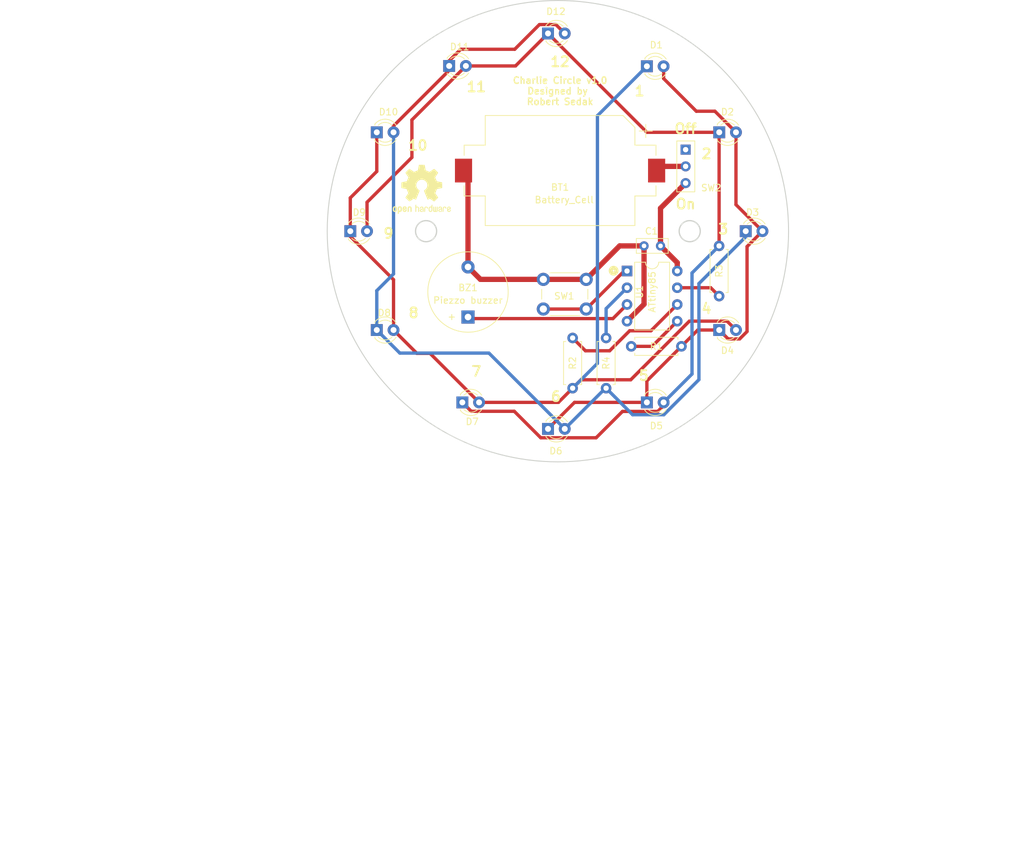
<source format=kicad_pcb>
(kicad_pcb (version 20211014) (generator pcbnew)
  (title_block (title "ATtiny85 Charlie Circle") (date "2022-06-19") (rev "1.0") (company "Designed by Robert Sedak") (comment 1 "License: CC-BY-SA 4.0") (comment 4 "Open Source Hardware (OSHW)"))
  (layers (0 "F.Cu" signal) (31 "B.Cu" signal) (34 "B.Paste" user) (35 "F.Paste" user) (36 "B.SilkS" user "B.Silkscreen") (37 "F.SilkS" user "F.Silkscreen") (38 "B.Mask" user) (39 "F.Mask" user) (44 "Edge.Cuts" user))
  (net 0 "")
  (net 1 "Net-(SW1-Pad2)")
  (net 2 "Net-(D1-Pad2)")
  (net 3 "Net-(D10-Pad2)")
  (net 4 "Net-(D1-Pad1)")
  (net 5 "Net-(BZ1-Pad1)")
  (net 6 "Net-(D11-Pad2)")
  (net 7 "Net-(BT1-Pad2)")
  (net 8 "Net-(BT1-Pad1)")
  (net 9 "Net-(C1-Pad1)")
  (net 11 "Net-(R3-Pad2)")
  (net 12 "Net-(R2-Pad2)")
  (net 13 "Net-(R1-Pad2)")
  (net 14 "Net-(R4-Pad2)")
  (footprint "Project related:SW_Slide_SPDT_1P2T" (layer "F.Cu") (at 119.38 87.63)
    (fp_text reference "SW2" (at 3.886224 5.801029) (layer "F.SilkS"))
    (fp_text value "SW_Push_SPDT")
    (pad "1" thru_hole rect (at 0 0) (size 1.524 1.524) (drill 0.8128) (layers *.Cu *.Mask))
    (pad "2" thru_hole circle (at 0 2.54) (size 1.524 1.524) (drill 0.8128) (layers *.Cu *.Mask) (net 8 "Net-(BT1-Pad1)"))
    (pad "3" thru_hole circle (at 0 5.08) (size 1.524 1.524) (drill 0.8128) (layers *.Cu *.Mask) (net 9 "Net-(C1-Pad1)"))
  )
  (footprint "Resistor_THT:R_Axial_DIN0207_L6.3mm_D2.5mm_P7.62mm_Horizontal" (layer "F.Cu") (at 124.46 102.235 -90)
    (fp_text reference "R3" (at 3.81 0 -90) (layer "F.SilkS"))
    (fp_text value "470R")
    (pad "1" thru_hole circle (at 0 0 270) (size 1.6 1.6) (drill 0.8) (layers *.Cu *.Mask) (net 6 "Net-(D11-Pad2)"))
    (pad "2" thru_hole oval (at 7.62 0 270) (size 1.6 1.6) (drill 0.8) (layers *.Cu *.Mask) (net 11 "Net-(R3-Pad2)"))
  )
  (footprint "Resistor_THT:R_Axial_DIN0207_L6.3mm_D2.5mm_P7.62mm_Horizontal" (layer "F.Cu") (at 102.235 123.825 90)
    (fp_text reference "R2" (at 3.81 0 90) (layer "F.SilkS"))
    (fp_text value "470R")
    (pad "1" thru_hole circle (at 0 0 90) (size 1.6 1.6) (drill 0.8) (layers *.Cu *.Mask) (net 4 "Net-(D1-Pad1)"))
    (pad "2" thru_hole oval (at 7.62 0 90) (size 1.6 1.6) (drill 0.8) (layers *.Cu *.Mask) (net 12 "Net-(R2-Pad2)"))
  )
  (footprint "Resistor_THT:R_Axial_DIN0207_L6.3mm_D2.5mm_P7.62mm_Horizontal" (layer "F.Cu") (at 118.745 117.475 180)
    (fp_text reference "R1" (at 3.81 0 180) (layer "F.SilkS"))
    (fp_text value "470R")
    (pad "1" thru_hole circle (at 0 0 180) (size 1.6 1.6) (drill 0.8) (layers *.Cu *.Mask) (net 2 "Net-(D1-Pad2)"))
    (pad "2" thru_hole oval (at 7.62 0 180) (size 1.6 1.6) (drill 0.8) (layers *.Cu *.Mask) (net 13 "Net-(R1-Pad2)"))
  )
  (footprint "Resistor_THT:R_Axial_DIN0207_L6.3mm_D2.5mm_P7.62mm_Horizontal" (layer "F.Cu") (at 107.315 123.825 90)
    (fp_text reference "R4" (at 3.81 0 90) (layer "F.SilkS"))
    (fp_text value "470R")
    (pad "1" thru_hole circle (at 0 0 90) (size 1.6 1.6) (drill 0.8) (layers *.Cu *.Mask) (net 3 "Net-(D10-Pad2)"))
    (pad "2" thru_hole oval (at 7.62 0 90) (size 1.6 1.6) (drill 0.8) (layers *.Cu *.Mask) (net 14 "Net-(R4-Pad2)"))
  )
  (footprint "Package_DIP:DIP-8_W7.62mm" (layer "F.Cu") (at 110.49 106.045)
    (fp_text reference "U1" (at 1.905 3.175 90) (layer "F.SilkS"))
    (fp_text value "ATtiny85" (at 3.81 3.175 90) (layer "F.SilkS"))
    (pad "1" thru_hole rect (at 0 0) (size 1.6 1.6) (drill 0.8) (layers *.Cu *.Mask) (net 1 "Net-(SW1-Pad2)"))
    (pad "2" thru_hole oval (at 0 2.54) (size 1.6 1.6) (drill 0.8) (layers *.Cu *.Mask) (net 14 "Net-(R4-Pad2)"))
    (pad "3" thru_hole oval (at 0 5.08) (size 1.6 1.6) (drill 0.8) (layers *.Cu *.Mask) (net 5 "Net-(BZ1-Pad1)"))
    (pad "4" thru_hole oval (at 0 7.62) (size 1.6 1.6) (drill 0.8) (layers *.Cu *.Mask) (net 7 "Net-(BT1-Pad2)"))
    (pad "5" thru_hole oval (at 7.62 7.62) (size 1.6 1.6) (drill 0.8) (layers *.Cu *.Mask) (net 13 "Net-(R1-Pad2)"))
    (pad "6" thru_hole oval (at 7.62 5.08) (size 1.6 1.6) (drill 0.8) (layers *.Cu *.Mask) (net 12 "Net-(R2-Pad2)"))
    (pad "7" thru_hole oval (at 7.62 2.54) (size 1.6 1.6) (drill 0.8) (layers *.Cu *.Mask) (net 11 "Net-(R3-Pad2)"))
    (pad "8" thru_hole oval (at 7.62 0) (size 1.6 1.6) (drill 0.8) (layers *.Cu *.Mask) (net 9 "Net-(C1-Pad1)"))
  )
  (footprint "LED_THT:LED_D3.0mm" (layer "F.Cu") (at 124.48 85)
    (fp_text reference "D2" (at 1.25 -3.085) (layer "F.SilkS"))
    (fp_text value "LED")
    (pad "1" thru_hole rect (at 0 0) (size 1.8 1.8) (drill 0.9) (layers *.Cu *.Mask) (net 6 "Net-(D11-Pad2)"))
    (pad "2" thru_hole circle (at 2.54 0) (size 1.8 1.8) (drill 0.9) (layers *.Cu *.Mask) (net 2 "Net-(D1-Pad2)"))
  )
  (footprint "LED_THT:LED_D3.0mm" (layer "F.Cu") (at 128.5 100)
    (fp_text reference "D3" (at 1.04 -2.845) (layer "F.SilkS"))
    (fp_text value "LED")
    (pad "1" thru_hole rect (at 0 0) (size 1.8 1.8) (drill 0.9) (layers *.Cu *.Mask) (net 3 "Net-(D10-Pad2)"))
    (pad "2" thru_hole circle (at 2.54 0) (size 1.8 1.8) (drill 0.9) (layers *.Cu *.Mask) (net 2 "Net-(D1-Pad2)"))
  )
  (footprint "LED_THT:LED_D3.0mm" (layer "F.Cu") (at 124.48 115)
    (fp_text reference "D4" (at 1.25 3.11) (layer "F.SilkS"))
    (fp_text value "LED")
    (pad "1" thru_hole rect (at 0 0) (size 1.8 1.8) (drill 0.9) (layers *.Cu *.Mask) (net 2 "Net-(D1-Pad2)"))
    (pad "2" thru_hole circle (at 2.54 0) (size 1.8 1.8) (drill 0.9) (layers *.Cu *.Mask) (net 4 "Net-(D1-Pad1)"))
  )
  (footprint "LED_THT:LED_D3.0mm" (layer "F.Cu") (at 113.5 125.98)
    (fp_text reference "D5" (at 1.435 3.56) (layer "F.SilkS"))
    (fp_text value "LED")
    (pad "1" thru_hole rect (at 0 0) (size 1.8 1.8) (drill 0.9) (layers *.Cu *.Mask) (net 2 "Net-(D1-Pad2)"))
    (pad "2" thru_hole circle (at 2.54 0) (size 1.8 1.8) (drill 0.9) (layers *.Cu *.Mask) (net 6 "Net-(D11-Pad2)"))
  )
  (footprint "LED_THT:LED_D3.0mm" (layer "F.Cu") (at 98.5 130)
    (fp_text reference "D6" (at 1.195 3.35) (layer "F.SilkS"))
    (fp_text value "LED")
    (pad "1" thru_hole rect (at 0 0) (size 1.8 1.8) (drill 0.9) (layers *.Cu *.Mask) (net 2 "Net-(D1-Pad2)"))
    (pad "2" thru_hole circle (at 2.54 0) (size 1.8 1.8) (drill 0.9) (layers *.Cu *.Mask) (net 3 "Net-(D10-Pad2)"))
  )
  (footprint "LED_THT:LED_D3.0mm" (layer "F.Cu") (at 85.5 125.98)
    (fp_text reference "D7" (at 1.495 2.925) (layer "F.SilkS"))
    (fp_text value "LED")
    (pad "1" thru_hole rect (at 0 0) (size 1.8 1.8) (drill 0.9) (layers *.Cu *.Mask) (net 6 "Net-(D11-Pad2)"))
    (pad "2" thru_hole circle (at 2.54 0) (size 1.8 1.8) (drill 0.9) (layers *.Cu *.Mask) (net 4 "Net-(D1-Pad1)"))
  )
  (footprint "LED_THT:LED_D3.0mm" (layer "F.Cu") (at 72.52 115)
    (fp_text reference "D8" (at 1.14 -2.605) (layer "F.SilkS"))
    (fp_text value "LED")
    (pad "1" thru_hole rect (at 0 0) (size 1.8 1.8) (drill 0.9) (layers *.Cu *.Mask) (net 3 "Net-(D10-Pad2)"))
    (pad "2" thru_hole circle (at 2.54 0) (size 1.8 1.8) (drill 0.9) (layers *.Cu *.Mask) (net 4 "Net-(D1-Pad1)"))
  )
  (footprint "LED_THT:LED_D3.0mm" (layer "F.Cu") (at 68.5 100)
    (fp_text reference "D9" (at 1.35 -2.845) (layer "F.SilkS"))
    (fp_text value "LED")
    (pad "1" thru_hole rect (at 0 0) (size 1.8 1.8) (drill 0.9) (layers *.Cu *.Mask) (net 4 "Net-(D1-Pad1)"))
    (pad "2" thru_hole circle (at 2.54 0) (size 1.8 1.8) (drill 0.9) (layers *.Cu *.Mask) (net 6 "Net-(D11-Pad2)"))
  )
  (footprint "LED_THT:LED_D3.0mm" (layer "F.Cu") (at 72.52 85)
    (fp_text reference "D10" (at 1.775 -3.085) (layer "F.SilkS"))
    (fp_text value "LED")
    (pad "1" thru_hole rect (at 0 0) (size 1.8 1.8) (drill 0.9) (layers *.Cu *.Mask) (net 4 "Net-(D1-Pad1)"))
    (pad "2" thru_hole circle (at 2.54 0) (size 1.8 1.8) (drill 0.9) (layers *.Cu *.Mask) (net 3 "Net-(D10-Pad2)"))
  )
  (footprint "LED_THT:LED_D3.0mm" (layer "F.Cu") (at 83.5 74.93)
    (fp_text reference "D11" (at 1.59 -2.9) (layer "F.SilkS"))
    (fp_text value "LED")
    (pad "1" thru_hole rect (at 0 0) (size 1.8 1.8) (drill 0.9) (layers *.Cu *.Mask) (net 3 "Net-(D10-Pad2)"))
    (pad "2" thru_hole circle (at 2.54 0) (size 1.8 1.8) (drill 0.9) (layers *.Cu *.Mask) (net 6 "Net-(D11-Pad2)"))
  )
  (footprint "LED_THT:LED_D3.0mm" (layer "F.Cu") (at 98.5 70)
    (fp_text reference "D12" (at 1.195 -3.325) (layer "F.SilkS"))
    (fp_text value "LED")
    (pad "1" thru_hole rect (at 0 0) (size 1.8 1.8) (drill 0.9) (layers *.Cu *.Mask) (net 6 "Net-(D11-Pad2)"))
    (pad "2" thru_hole circle (at 2.54 0) (size 1.8 1.8) (drill 0.9) (layers *.Cu *.Mask) (net 3 "Net-(D10-Pad2)"))
  )
  (footprint "Buzzer_Beeper:Buzzer_12x9.5RM7.6" (layer "F.Cu") (at 86.36 113.03 90)
    (fp_text reference "BZ1" (at 4.445 0) (layer "F.SilkS"))
    (fp_text value "Piezzo buzzer" (at 2.54 0 180) (layer "F.SilkS"))
    (fp_text user "+" (at -0.01 -2.54 90) (layer "F.SilkS"))
    (pad "1" thru_hole rect (at 0 0 90) (size 2 2) (drill 1) (layers *.Cu *.Mask) (net 5 "Net-(BZ1-Pad1)"))
    (pad "2" thru_hole circle (at 7.6 0 90) (size 2 2) (drill 1) (layers *.Cu *.Mask) (net 7 "Net-(BT1-Pad2)"))
  )
  (footprint "Button_Switch_THT:SW_PUSH_6mm_H8mm" (layer "F.Cu") (at 97.79 107.315)
    (fp_text reference "SW1" (at 3.175 2.54) (layer "F.SilkS"))
    (fp_text value "SW_Push")
    (pad "1" thru_hole circle (at 6.5 0 90) (size 2 2) (drill 1.1) (layers *.Cu *.Mask) (net 7 "Net-(BT1-Pad2)"))
    (pad "1" thru_hole circle (at 0 0 90) (size 2 2) (drill 1.1) (layers *.Cu *.Mask) (net 7 "Net-(BT1-Pad2)"))
    (pad "2" thru_hole circle (at 6.5 4.5 90) (size 2 2) (drill 1.1) (layers *.Cu *.Mask) (net 1 "Net-(SW1-Pad2)"))
    (pad "2" thru_hole circle (at 0 4.5 90) (size 2 2) (drill 1.1) (layers *.Cu *.Mask) (net 1 "Net-(SW1-Pad2)"))
  )
  (footprint "Battery:BatteryHolder_Keystone_1060_1x2032" (layer "F.Cu") (at 100.33 90.805 180)
    (fp_text reference "BT1" (at 0 -2.54 180) (layer "F.SilkS"))
    (fp_text value "Battery_Cell" (at -0.635 -4.445 180) (layer "F.SilkS"))
    (pad "1" smd rect (at -14.65 0) (size 2.6 3.6) (layers "F.Cu" "F.Paste" "F.Mask") (net 8 "Net-(BT1-Pad1)"))
    (pad "2" smd rect (at 14.65 0) (size 2.6 3.6) (layers "F.Cu" "F.Paste" "F.Mask") (net 7 "Net-(BT1-Pad2)"))
  )
  (footprint "LED_THT:LED_D3.0mm" (layer "F.Cu") (at 113.5 74.98)
    (fp_text reference "D1" (at 1.435 -3.225) (layer "F.SilkS"))
    (fp_text value "LED")
    (pad "1" thru_hole rect (at 0 0) (size 1.8 1.8) (drill 0.9) (layers *.Cu *.Mask) (net 4 "Net-(D1-Pad1)"))
    (pad "2" thru_hole circle (at 2.54 0) (size 1.8 1.8) (drill 0.9) (layers *.Cu *.Mask) (net 2 "Net-(D1-Pad2)"))
  )
  (footprint "Capacitor_THT:C_Rect_L4.6mm_W2.0mm_P2.50mm_MKS02_FKP02" (layer "F.Cu") (at 115.57 102.235 180)
    (fp_text reference "C1" (at 1.37 2.235 180) (layer "F.SilkS"))
    (fp_text value "0.1uF")
    (pad "1" thru_hole circle (at 0 0 180) (size 1.4 1.4) (drill 0.7) (layers *.Cu *.Mask) (net 9 "Net-(C1-Pad1)"))
    (pad "2" thru_hole circle (at 2.5 0 180) (size 1.4 1.4) (drill 0.7) (layers *.Cu *.Mask) (net 7 "Net-(BT1-Pad2)"))
  )
  (footprint "Symbol:OSHW-Logo2_9.8x8mm_SilkScreen" (layer "F.Cu") (at 79.35 93.65)
    (fp_text reference "OSHW" hide)
    (fp_text value "OSHW-Logo2_9.8x8mm_SilkScreen" hide)
  )
  (gr_circle (center 108.45 106) (end 108.5914 106) (layer "F.SilkS") (width 0.6) (fill none))
  (gr_circle (center 80 100) (end 81.6 100) (layer "Edge.Cuts") (width 0.2) (fill none))
  (gr_circle (center 100 100) (end 135 100) (layer "Edge.Cuts") (width 0.15) (fill none))
  (gr_circle (center 120 100) (end 121.6 100) (layer "Edge.Cuts") (width 0.2) (fill none))
  (gr_text "Off" (at 119.38 84.455) (layer "F.SilkS") (effects (font (size 1.5 1.5) (thickness 0.3))))
  (gr_text "2" (at 122.555 88.265) (layer "F.SilkS") (effects (font (size 1.5 1.5) (thickness 0.3))))
  (gr_text "10" (at 78.74 86.995) (layer "F.SilkS") (effects (font (size 1.5 1.5) (thickness 0.3))))
  (gr_text "8" (at 78.105 112.395) (layer "F.SilkS") (effects (font (size 1.5 1.5) (thickness 0.3))))
  (gr_text "11" (at 87.63 78.105) (layer "F.SilkS") (effects (font (size 1.5 1.5) (thickness 0.3))))
  (gr_text "1" (at 112.395 78.74) (layer "F.SilkS") (effects (font (size 1.5 1.5) (thickness 0.3))))
  (gr_text "On" (at 119.38 95.885) (layer "F.SilkS") (effects (font (size 1.5 1.5) (thickness 0.3))))
  (gr_text "Charlie Circle v1.0\nDesigned by \nRobert Sedak" (at 100.33 78.74) (layer "F.SilkS") (effects (font (size 1 1) (thickness 0.2))))
  (gr_text "12" (at 100.33 74.295) (layer "F.SilkS") (effects (font (size 1.5 1.5) (thickness 0.3))))
  (gr_text "7" (at 87.63 121.285) (layer "F.SilkS") (effects (font (size 1.5 1.5) (thickness 0.3))))
  (gr_text "3" (at 125.095 99.695) (layer "F.SilkS") (effects (font (size 1.5 1.5) (thickness 0.3))))
  (gr_text "6" (at 99.695 125.095) (layer "F.SilkS") (effects (font (size 1.5 1.5) (thickness 0.3))))
  (gr_text "9" (at 74.295 100.33) (layer "F.SilkS") (effects (font (size 1.5 1.5) (thickness 0.3))))
  (gr_text "5" (at 113.03 121.92) (layer "F.SilkS") (effects (font (size 1.5 1.5) (thickness 0.3))))
  (gr_text "4" (at 122.555 111.76) (layer "F.SilkS") (effects (font (size 1.5 1.5) (thickness 0.3))))
  (segment (start 110.06 106.045) (end 110.49 106.045) (width 0.5) (layer "F.Cu") (net 1))
  (segment (start 97.79 111.815) (end 104.29 111.815) (width 0.5) (layer "F.Cu") (net 1))
  (segment (start 104.29 111.815) (end 110.06 106.045) (width 0.5) (layer "F.Cu") (net 1))
  (segment (start 124.48 115) (end 121.22 115) (width 0.5) (layer "F.Cu") (net 2))
  (segment (start 127.02 85) (end 123.82 81.8) (width 0.5) (layer "F.Cu") (net 2))
  (segment (start 116.04 76.84) (end 121 81.8) (width 0.5) (layer "F.Cu") (net 2))
  (segment (start 128.7 115.228498) (end 128.7 102.34) (width 0.5) (layer "F.Cu") (net 2))
  (segment (start 98.5 130) (end 102.52 125.98) (width 0.5) (layer "F.Cu") (net 2))
  (segment (start 127.578987 116.349511) (end 128.7 115.228498) (width 0.5) (layer "F.Cu") (net 2))
  (segment (start 113.5 125.98) (end 113.5 122.72) (width 0.5) (layer "F.Cu") (net 2))
  (segment (start 128.7 102.34) (end 131.04 100) (width 0.5) (layer "F.Cu") (net 2))
  (segment (start 116.04 74.98) (end 116.04 76.84) (width 0.5) (layer "F.Cu") (net 2))
  (segment (start 102.52 125.98) (end 113.5 125.98) (width 0.5) (layer "F.Cu") (net 2))
  (segment (start 123.82 81.8) (end 121 81.8) (width 0.5) (layer "F.Cu") (net 2))
  (segment (start 125.829511 116.349511) (end 127.578987 116.349511) (width 0.5) (layer "F.Cu") (net 2))
  (segment (start 113.5 122.72) (end 118.745 117.475) (width 0.5) (layer "F.Cu") (net 2))
  (segment (start 127.02 85) (end 127.02 95.98) (width 0.5) (layer "F.Cu") (net 2))
  (segment (start 131.04 100) (end 127.02 95.98) (width 0.5) (layer "F.Cu") (net 2))
  (segment (start 121.22 115) (end 118.745 117.475) (width 0.5) (layer "F.Cu") (net 2))
  (segment (start 124.48 115) (end 125.829511 116.349511) (width 0.5) (layer "F.Cu") (net 2))
  (segment (start 75.06 84.06) (end 75.05 84.05) (width 0.5) (layer "F.Cu") (net 3))
  (segment (start 101.04 70) (end 99.690489 68.650489) (width 0.5) (layer "F.Cu") (net 3))
  (segment (start 83.5 74.15) (end 83.5 74.93) (width 0.5) (layer "F.Cu") (net 3))
  (segment (start 99.690489 68.650489) (end 97.199511 68.650489) (width 0.5) (layer "F.Cu") (net 3))
  (segment (start 75.06 85) (end 75.06 84.06) (width 0.5) (layer "F.Cu") (net 3))
  (segment (start 93.45 72.4) (end 85.25 72.4) (width 0.5) (layer "F.Cu") (net 3))
  (segment (start 85.25 72.4) (end 83.5 74.15) (width 0.5) (layer "F.Cu") (net 3))
  (segment (start 97.199511 68.650489) (end 93.45 72.4) (width 0.5) (layer "F.Cu") (net 3))
  (segment (start 83.5 74.93) (end 83.5 75.6) (width 0.5) (layer "F.Cu") (net 3))
  (segment (start 83.5 75.6) (end 75.05 84.05) (width 0.5) (layer "F.Cu") (net 3))
  (segment (start 72.52 109.03) (end 72.52 115) (width 0.5) (layer "B.Cu") (net 3))
  (segment (start 101.04 130) (end 89.54 118.5) (width 0.5) (layer "B.Cu") (net 3))
  (segment (start 75.06 106.49) (end 72.52 109.03) (width 0.5) (layer "B.Cu") (net 3))
  (segment (start 107.215 123.825) (end 107.315 123.825) (width 0.5) (layer "B.Cu") (net 3))
  (segment (start 121.4 122.528498) (end 121.4 107.95) (width 0.5) (layer "B.Cu") (net 3))
  (segment (start 107.315 123.825) (end 111.34 127.85) (width 0.5) (layer "B.Cu") (net 3))
  (segment (start 101.04 130) (end 107.215 123.825) (width 0.5) (layer "B.Cu") (net 3))
  (segment (start 128.5 100.85) (end 128.5 100) (width 0.5) (layer "B.Cu") (net 3))
  (segment (start 89.54 118.5) (end 76.02 118.5) (width 0.5) (layer "B.Cu") (net 3))
  (segment (start 75.06 85) (end 75.06 106.49) (width 0.5) (layer "B.Cu") (net 3))
  (segment (start 116.078498 127.85) (end 121.4 122.528498) (width 0.5) (layer "B.Cu") (net 3))
  (segment (start 76.02 118.5) (end 72.52 115) (width 0.5) (layer "B.Cu") (net 3))
  (segment (start 121.4 107.95) (end 128.5 100.85) (width 0.5) (layer "B.Cu") (net 3))
  (segment (start 111.34 127.85) (end 116.078498 127.85) (width 0.5) (layer "B.Cu") (net 3))
  (segment (start 68.5 100.8) (end 68.5 100) (width 0.5) (layer "F.Cu") (net 4))
  (segment (start 75.06 115) (end 78.605 118.545) (width 0.5) (layer "F.Cu") (net 4))
  (segment (start 127.02 115) (end 125.670489 113.650489) (width 0.5) (layer "F.Cu") (net 4))
  (segment (start 80.605 118.545) (end 88.04 125.98) (width 0.5) (layer "F.Cu") (net 4))
  (segment (start 68.5 100) (end 68.5 94.95) (width 0.5) (layer "F.Cu") (net 4))
  (segment (start 125.670489 113.650489) (end 119.949511 113.650489) (width 0.5) (layer "F.Cu") (net 4))
  (segment (start 75.06 115) (end 75.06 107.36) (width 0.5) (layer "F.Cu") (net 4))
  (segment (start 111.05 122.55) (end 103.51 122.55) (width 0.5) (layer "F.Cu") (net 4))
  (segment (start 100.08 125.98) (end 102.235 123.825) (width 0.5) (layer "F.Cu") (net 4))
  (segment (start 88.04 125.98) (end 100.08 125.98) (width 0.5) (layer "F.Cu") (net 4))
  (segment (start 78.605 118.545) (end 80.605 118.545) (width 0.5) (layer "F.Cu") (net 4))
  (segment (start 119.949511 113.650489) (end 111.05 122.55) (width 0.5) (layer "F.Cu") (net 4))
  (segment (start 72.52 90.93) (end 72.52 85) (width 0.5) (layer "F.Cu") (net 4))
  (segment (start 75.06 107.36) (end 68.5 100.8) (width 0.5) (layer "F.Cu") (net 4))
  (segment (start 68.5 94.95) (end 72.52 90.93) (width 0.5) (layer "F.Cu") (net 4))
  (segment (start 103.51 122.55) (end 102.235 123.825) (width 0.5) (layer "F.Cu") (net 4))
  (segment (start 106 82.48) (end 113.5 74.98) (width 0.5) (layer "B.Cu") (net 4))
  (segment (start 106 120.06) (end 106 82.48) (width 0.5) (layer "B.Cu") (net 4))
  (segment (start 102.235 123.825) (end 106 120.06) (width 0.5) (layer "B.Cu") (net 4))
  (segment (start 108.350489 113.264511) (end 86.594511 113.264511) (width 0.5) (layer "F.Cu") (net 5))
  (segment (start 86.594511 113.264511) (end 86.36 113.03) (width 0.5) (layer "F.Cu") (net 5))
  (segment (start 110.49 111.125) (end 108.350489 113.264511) (width 0.5) (layer "F.Cu") (net 5))
  (segment (start 77.85 83.12) (end 77.85 88.8) (width 0.5) (layer "F.Cu") (net 6))
  (segment (start 85.5 125.98) (end 86.849511 127.329511) (width 0.5) (layer "F.Cu") (net 6))
  (segment (start 93.379511 127.329511) (end 97.4 131.35) (width 0.5) (layer "F.Cu") (net 6))
  (segment (start 124.46 85.02) (end 124.48 85) (width 0.5) (layer "F.Cu") (net 6))
  (segment (start 116.04 126.46) (end 115.15 127.35) (width 0.5) (layer "F.Cu") (net 6))
  (segment (start 86.04 74.93) (end 77.85 83.12) (width 0.5) (layer "F.Cu") (net 6))
  (segment (start 93.57 74.93) (end 98.5 70) (width 0.5) (layer "F.Cu") (net 6))
  (segment (start 71.04 100) (end 71.04 95.61) (width 0.5) (layer "F.Cu") (net 6))
  (segment (start 77.85 88.8) (end 71.04 95.61) (width 0.5) (layer "F.Cu") (net 6))
  (segment (start 124.48 85) (end 113.5 85) (width 0.5) (layer "F.Cu") (net 6))
  (segment (start 109.8 127.35) (end 115.15 127.35) (width 0.5) (layer "F.Cu") (net 6))
  (segment (start 86.849511 127.329511) (end 93.379511 127.329511) (width 0.5) (layer "F.Cu") (net 6))
  (segment (start 97.4 131.35) (end 105.8 131.35) (width 0.5) (layer "F.Cu") (net 6))
  (segment (start 113.5 85) (end 98.5 70) (width 0.5) (layer "F.Cu") (net 6))
  (segment (start 86.04 74.93) (end 93.57 74.93) (width 0.5) (layer "F.Cu") (net 6))
  (segment (start 116.04 125.98) (end 116.04 126.46) (width 0.5) (layer "F.Cu") (net 6))
  (segment (start 105.8 131.35) (end 109.8 127.35) (width 0.5) (layer "F.Cu") (net 6))
  (segment (start 124.46 102.235) (end 124.46 85.02) (width 0.5) (layer "F.Cu") (net 6))
  (segment (start 124.46 102.235) (end 120.35 106.345) (width 0.5) (layer "B.Cu") (net 6))
  (segment (start 120.35 121.67) (end 116.04 125.98) (width 0.5) (layer "B.Cu") (net 6))
  (segment (start 120.35 106.345) (end 120.35 121.67) (width 0.5) (layer "B.Cu") (net 6))
  (segment (start 86.36 105.43) (end 86.36 91.485) (width 0.8) (layer "F.Cu") (net 7))
  (segment (start 86.36 91.485) (end 85.68 90.805) (width 0.8) (layer "F.Cu") (net 7))
  (segment (start 109.37 102.235) (end 104.29 107.315) (width 0.8) (layer "F.Cu") (net 7))
  (segment (start 97.79 107.315) (end 88.245 107.315) (width 0.8) (layer "F.Cu") (net 7))
  (segment (start 104.29 107.315) (end 97.79 107.315) (width 0.8) (layer "F.Cu") (net 7))
  (segment (start 88.245 107.315) (end 86.36 105.43) (width 0.8) (layer "F.Cu") (net 7))
  (segment (start 113.07 102.235) (end 109.37 102.235) (width 0.8) (layer "F.Cu") (net 7))
  (segment (start 110.49 113.665) (end 113.07 111.085) (width 0.8) (layer "F.Cu") (net 7))
  (segment (start 113.07 111.085) (end 113.07 102.235) (width 0.8) (layer "F.Cu") (net 7))
  (segment (start 115.615 90.17) (end 114.98 90.805) (width 0.8) (layer "F.Cu") (net 8))
  (segment (start 119.38 90.17) (end 115.615 90.17) (width 0.8) (layer "F.Cu") (net 8))
  (segment (start 115.57 102.235) (end 115.57 96.52) (width 0.8) (layer "F.Cu") (net 9))
  (segment (start 115.57 96.52) (end 119.38 92.71) (width 0.8) (layer "F.Cu") (net 9))
  (segment (start 118.11 104.775) (end 115.57 102.235) (width 0.8) (layer "F.Cu") (net 9))
  (segment (start 118.11 106.045) (end 118.11 104.775) (width 0.8) (layer "F.Cu") (net 9))
  (segment (start 123.19 108.585) (end 124.46 109.855) (width 0.5) (layer "F.Cu") (net 11))
  (segment (start 118.11 108.585) (end 123.19 108.585) (width 0.5) (layer "F.Cu") (net 11))
  (segment (start 107.85 118.15) (end 104.18 118.15) (width 0.5) (layer "F.Cu") (net 12))
  (segment (start 104.18 118.15) (end 102.235 116.205) (width 0.5) (layer "F.Cu") (net 12))
  (segment (start 118.11 111.125) (end 114.120489 115.114511) (width 0.5) (layer "F.Cu") (net 12))
  (segment (start 114.120489 115.114511) (end 110.885489 115.114511) (width 0.5) (layer "F.Cu") (net 12))
  (segment (start 110.885489 115.114511) (end 107.85 118.15) (width 0.5) (layer "F.Cu") (net 12))
  (segment (start 114.3 117.475) (end 118.11 113.665) (width 0.5) (layer "F.Cu") (net 13))
  (segment (start 111.125 117.475) (end 114.3 117.475) (width 0.5) (layer "F.Cu") (net 13))
  (segment (start 107.315 116.205) (end 107.315 111.76) (width 0.5) (layer "B.Cu") (net 14))
  (segment (start 107.315 111.76) (end 110.49 108.585) (width 0.5) (layer "B.Cu") (net 14))
)
</source>
